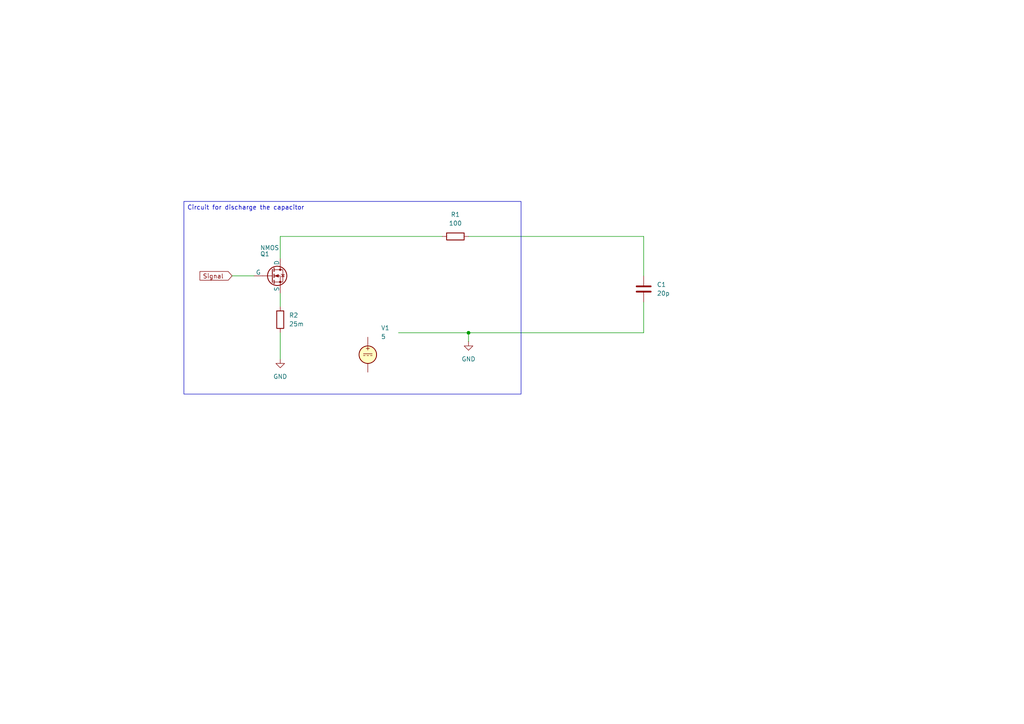
<source format=kicad_sch>
(kicad_sch
	(version 20231120)
	(generator "eeschema")
	(generator_version "8.0")
	(uuid "df510668-05ea-4dc6-92cb-bba73b401175")
	(paper "A4")
	(lib_symbols
		(symbol "Device:C"
			(pin_numbers hide)
			(pin_names
				(offset 0.254)
			)
			(exclude_from_sim no)
			(in_bom yes)
			(on_board yes)
			(property "Reference" "C"
				(at 0.635 2.54 0)
				(effects
					(font
						(size 1.27 1.27)
					)
					(justify left)
				)
			)
			(property "Value" "C"
				(at 0.635 -2.54 0)
				(effects
					(font
						(size 1.27 1.27)
					)
					(justify left)
				)
			)
			(property "Footprint" ""
				(at 0.9652 -3.81 0)
				(effects
					(font
						(size 1.27 1.27)
					)
					(hide yes)
				)
			)
			(property "Datasheet" "~"
				(at 0 0 0)
				(effects
					(font
						(size 1.27 1.27)
					)
					(hide yes)
				)
			)
			(property "Description" "Unpolarized capacitor"
				(at 0 0 0)
				(effects
					(font
						(size 1.27 1.27)
					)
					(hide yes)
				)
			)
			(property "ki_keywords" "cap capacitor"
				(at 0 0 0)
				(effects
					(font
						(size 1.27 1.27)
					)
					(hide yes)
				)
			)
			(property "ki_fp_filters" "C_*"
				(at 0 0 0)
				(effects
					(font
						(size 1.27 1.27)
					)
					(hide yes)
				)
			)
			(symbol "C_0_1"
				(polyline
					(pts
						(xy -2.032 -0.762) (xy 2.032 -0.762)
					)
					(stroke
						(width 0.508)
						(type default)
					)
					(fill
						(type none)
					)
				)
				(polyline
					(pts
						(xy -2.032 0.762) (xy 2.032 0.762)
					)
					(stroke
						(width 0.508)
						(type default)
					)
					(fill
						(type none)
					)
				)
			)
			(symbol "C_1_1"
				(pin passive line
					(at 0 3.81 270)
					(length 2.794)
					(name "~"
						(effects
							(font
								(size 1.27 1.27)
							)
						)
					)
					(number "1"
						(effects
							(font
								(size 1.27 1.27)
							)
						)
					)
				)
				(pin passive line
					(at 0 -3.81 90)
					(length 2.794)
					(name "~"
						(effects
							(font
								(size 1.27 1.27)
							)
						)
					)
					(number "2"
						(effects
							(font
								(size 1.27 1.27)
							)
						)
					)
				)
			)
		)
		(symbol "Device:R"
			(pin_numbers hide)
			(pin_names
				(offset 0)
			)
			(exclude_from_sim no)
			(in_bom yes)
			(on_board yes)
			(property "Reference" "R"
				(at 2.032 0 90)
				(effects
					(font
						(size 1.27 1.27)
					)
				)
			)
			(property "Value" "R"
				(at 0 0 90)
				(effects
					(font
						(size 1.27 1.27)
					)
				)
			)
			(property "Footprint" ""
				(at -1.778 0 90)
				(effects
					(font
						(size 1.27 1.27)
					)
					(hide yes)
				)
			)
			(property "Datasheet" "~"
				(at 0 0 0)
				(effects
					(font
						(size 1.27 1.27)
					)
					(hide yes)
				)
			)
			(property "Description" "Resistor"
				(at 0 0 0)
				(effects
					(font
						(size 1.27 1.27)
					)
					(hide yes)
				)
			)
			(property "ki_keywords" "R res resistor"
				(at 0 0 0)
				(effects
					(font
						(size 1.27 1.27)
					)
					(hide yes)
				)
			)
			(property "ki_fp_filters" "R_*"
				(at 0 0 0)
				(effects
					(font
						(size 1.27 1.27)
					)
					(hide yes)
				)
			)
			(symbol "R_0_1"
				(rectangle
					(start -1.016 -2.54)
					(end 1.016 2.54)
					(stroke
						(width 0.254)
						(type default)
					)
					(fill
						(type none)
					)
				)
			)
			(symbol "R_1_1"
				(pin passive line
					(at 0 3.81 270)
					(length 1.27)
					(name "~"
						(effects
							(font
								(size 1.27 1.27)
							)
						)
					)
					(number "1"
						(effects
							(font
								(size 1.27 1.27)
							)
						)
					)
				)
				(pin passive line
					(at 0 -3.81 90)
					(length 1.27)
					(name "~"
						(effects
							(font
								(size 1.27 1.27)
							)
						)
					)
					(number "2"
						(effects
							(font
								(size 1.27 1.27)
							)
						)
					)
				)
			)
		)
		(symbol "Simulation_SPICE:NMOS"
			(pin_numbers hide)
			(pin_names
				(offset 0)
			)
			(exclude_from_sim no)
			(in_bom yes)
			(on_board yes)
			(property "Reference" "Q"
				(at 5.08 1.27 0)
				(effects
					(font
						(size 1.27 1.27)
					)
					(justify left)
				)
			)
			(property "Value" "NMOS"
				(at 5.08 -1.27 0)
				(effects
					(font
						(size 1.27 1.27)
					)
					(justify left)
				)
			)
			(property "Footprint" ""
				(at 5.08 2.54 0)
				(effects
					(font
						(size 1.27 1.27)
					)
					(hide yes)
				)
			)
			(property "Datasheet" "https://ngspice.sourceforge.io/docs/ngspice-html-manual/manual.xhtml#cha_MOSFETs"
				(at 0 -12.7 0)
				(effects
					(font
						(size 1.27 1.27)
					)
					(hide yes)
				)
			)
			(property "Description" "N-MOSFET transistor, drain/source/gate"
				(at 0 0 0)
				(effects
					(font
						(size 1.27 1.27)
					)
					(hide yes)
				)
			)
			(property "Sim.Device" "NMOS"
				(at 0 -17.145 0)
				(effects
					(font
						(size 1.27 1.27)
					)
					(hide yes)
				)
			)
			(property "Sim.Type" "VDMOS"
				(at 0 -19.05 0)
				(effects
					(font
						(size 1.27 1.27)
					)
					(hide yes)
				)
			)
			(property "Sim.Pins" "1=D 2=G 3=S"
				(at 0 -15.24 0)
				(effects
					(font
						(size 1.27 1.27)
					)
					(hide yes)
				)
			)
			(property "ki_keywords" "transistor NMOS N-MOS N-MOSFET simulation"
				(at 0 0 0)
				(effects
					(font
						(size 1.27 1.27)
					)
					(hide yes)
				)
			)
			(symbol "NMOS_0_1"
				(polyline
					(pts
						(xy 0.254 0) (xy -2.54 0)
					)
					(stroke
						(width 0)
						(type default)
					)
					(fill
						(type none)
					)
				)
				(polyline
					(pts
						(xy 0.254 1.905) (xy 0.254 -1.905)
					)
					(stroke
						(width 0.254)
						(type default)
					)
					(fill
						(type none)
					)
				)
				(polyline
					(pts
						(xy 0.762 -1.27) (xy 0.762 -2.286)
					)
					(stroke
						(width 0.254)
						(type default)
					)
					(fill
						(type none)
					)
				)
				(polyline
					(pts
						(xy 0.762 0.508) (xy 0.762 -0.508)
					)
					(stroke
						(width 0.254)
						(type default)
					)
					(fill
						(type none)
					)
				)
				(polyline
					(pts
						(xy 0.762 2.286) (xy 0.762 1.27)
					)
					(stroke
						(width 0.254)
						(type default)
					)
					(fill
						(type none)
					)
				)
				(polyline
					(pts
						(xy 2.54 2.54) (xy 2.54 1.778)
					)
					(stroke
						(width 0)
						(type default)
					)
					(fill
						(type none)
					)
				)
				(polyline
					(pts
						(xy 2.54 -2.54) (xy 2.54 0) (xy 0.762 0)
					)
					(stroke
						(width 0)
						(type default)
					)
					(fill
						(type none)
					)
				)
				(polyline
					(pts
						(xy 0.762 -1.778) (xy 3.302 -1.778) (xy 3.302 1.778) (xy 0.762 1.778)
					)
					(stroke
						(width 0)
						(type default)
					)
					(fill
						(type none)
					)
				)
				(polyline
					(pts
						(xy 1.016 0) (xy 2.032 0.381) (xy 2.032 -0.381) (xy 1.016 0)
					)
					(stroke
						(width 0)
						(type default)
					)
					(fill
						(type outline)
					)
				)
				(polyline
					(pts
						(xy 2.794 0.508) (xy 2.921 0.381) (xy 3.683 0.381) (xy 3.81 0.254)
					)
					(stroke
						(width 0)
						(type default)
					)
					(fill
						(type none)
					)
				)
				(polyline
					(pts
						(xy 3.302 0.381) (xy 2.921 -0.254) (xy 3.683 -0.254) (xy 3.302 0.381)
					)
					(stroke
						(width 0)
						(type default)
					)
					(fill
						(type none)
					)
				)
				(circle
					(center 1.651 0)
					(radius 2.794)
					(stroke
						(width 0.254)
						(type default)
					)
					(fill
						(type none)
					)
				)
				(circle
					(center 2.54 -1.778)
					(radius 0.254)
					(stroke
						(width 0)
						(type default)
					)
					(fill
						(type outline)
					)
				)
				(circle
					(center 2.54 1.778)
					(radius 0.254)
					(stroke
						(width 0)
						(type default)
					)
					(fill
						(type outline)
					)
				)
			)
			(symbol "NMOS_1_1"
				(pin passive line
					(at 2.54 5.08 270)
					(length 2.54)
					(name "D"
						(effects
							(font
								(size 1.27 1.27)
							)
						)
					)
					(number "1"
						(effects
							(font
								(size 1.27 1.27)
							)
						)
					)
				)
				(pin input line
					(at -5.08 0 0)
					(length 2.54)
					(name "G"
						(effects
							(font
								(size 1.27 1.27)
							)
						)
					)
					(number "2"
						(effects
							(font
								(size 1.27 1.27)
							)
						)
					)
				)
				(pin passive line
					(at 2.54 -5.08 90)
					(length 2.54)
					(name "S"
						(effects
							(font
								(size 1.27 1.27)
							)
						)
					)
					(number "3"
						(effects
							(font
								(size 1.27 1.27)
							)
						)
					)
				)
			)
		)
		(symbol "Simulation_SPICE:VDC"
			(pin_numbers hide)
			(pin_names
				(offset 0.0254)
			)
			(exclude_from_sim no)
			(in_bom yes)
			(on_board yes)
			(property "Reference" "V"
				(at 2.54 2.54 0)
				(effects
					(font
						(size 1.27 1.27)
					)
					(justify left)
				)
			)
			(property "Value" "1"
				(at 2.54 0 0)
				(effects
					(font
						(size 1.27 1.27)
					)
					(justify left)
				)
			)
			(property "Footprint" ""
				(at 0 0 0)
				(effects
					(font
						(size 1.27 1.27)
					)
					(hide yes)
				)
			)
			(property "Datasheet" "https://ngspice.sourceforge.io/docs/ngspice-html-manual/manual.xhtml#sec_Independent_Sources_for"
				(at 0 0 0)
				(effects
					(font
						(size 1.27 1.27)
					)
					(hide yes)
				)
			)
			(property "Description" "Voltage source, DC"
				(at 0 0 0)
				(effects
					(font
						(size 1.27 1.27)
					)
					(hide yes)
				)
			)
			(property "Sim.Pins" "1=+ 2=-"
				(at 0 0 0)
				(effects
					(font
						(size 1.27 1.27)
					)
					(hide yes)
				)
			)
			(property "Sim.Type" "DC"
				(at 0 0 0)
				(effects
					(font
						(size 1.27 1.27)
					)
					(hide yes)
				)
			)
			(property "Sim.Device" "V"
				(at 0 0 0)
				(effects
					(font
						(size 1.27 1.27)
					)
					(justify left)
					(hide yes)
				)
			)
			(property "ki_keywords" "simulation"
				(at 0 0 0)
				(effects
					(font
						(size 1.27 1.27)
					)
					(hide yes)
				)
			)
			(symbol "VDC_0_0"
				(polyline
					(pts
						(xy -1.27 0.254) (xy 1.27 0.254)
					)
					(stroke
						(width 0)
						(type default)
					)
					(fill
						(type none)
					)
				)
				(polyline
					(pts
						(xy -0.762 -0.254) (xy -1.27 -0.254)
					)
					(stroke
						(width 0)
						(type default)
					)
					(fill
						(type none)
					)
				)
				(polyline
					(pts
						(xy 0.254 -0.254) (xy -0.254 -0.254)
					)
					(stroke
						(width 0)
						(type default)
					)
					(fill
						(type none)
					)
				)
				(polyline
					(pts
						(xy 1.27 -0.254) (xy 0.762 -0.254)
					)
					(stroke
						(width 0)
						(type default)
					)
					(fill
						(type none)
					)
				)
				(text "+"
					(at 0 1.905 0)
					(effects
						(font
							(size 1.27 1.27)
						)
					)
				)
			)
			(symbol "VDC_0_1"
				(circle
					(center 0 0)
					(radius 2.54)
					(stroke
						(width 0.254)
						(type default)
					)
					(fill
						(type background)
					)
				)
			)
			(symbol "VDC_1_1"
				(pin passive line
					(at 0 5.08 270)
					(length 2.54)
					(name "~"
						(effects
							(font
								(size 1.27 1.27)
							)
						)
					)
					(number "1"
						(effects
							(font
								(size 1.27 1.27)
							)
						)
					)
				)
				(pin passive line
					(at 0 -5.08 90)
					(length 2.54)
					(name "~"
						(effects
							(font
								(size 1.27 1.27)
							)
						)
					)
					(number "2"
						(effects
							(font
								(size 1.27 1.27)
							)
						)
					)
				)
			)
		)
		(symbol "power:GND"
			(power)
			(pin_numbers hide)
			(pin_names
				(offset 0) hide)
			(exclude_from_sim no)
			(in_bom yes)
			(on_board yes)
			(property "Reference" "#PWR"
				(at 0 -6.35 0)
				(effects
					(font
						(size 1.27 1.27)
					)
					(hide yes)
				)
			)
			(property "Value" "GND"
				(at 0 -3.81 0)
				(effects
					(font
						(size 1.27 1.27)
					)
				)
			)
			(property "Footprint" ""
				(at 0 0 0)
				(effects
					(font
						(size 1.27 1.27)
					)
					(hide yes)
				)
			)
			(property "Datasheet" ""
				(at 0 0 0)
				(effects
					(font
						(size 1.27 1.27)
					)
					(hide yes)
				)
			)
			(property "Description" "Power symbol creates a global label with name \"GND\" , ground"
				(at 0 0 0)
				(effects
					(font
						(size 1.27 1.27)
					)
					(hide yes)
				)
			)
			(property "ki_keywords" "global power"
				(at 0 0 0)
				(effects
					(font
						(size 1.27 1.27)
					)
					(hide yes)
				)
			)
			(symbol "GND_0_1"
				(polyline
					(pts
						(xy 0 0) (xy 0 -1.27) (xy 1.27 -1.27) (xy 0 -2.54) (xy -1.27 -1.27) (xy 0 -1.27)
					)
					(stroke
						(width 0)
						(type default)
					)
					(fill
						(type none)
					)
				)
			)
			(symbol "GND_1_1"
				(pin power_in line
					(at 0 0 270)
					(length 0)
					(name "~"
						(effects
							(font
								(size 1.27 1.27)
							)
						)
					)
					(number "1"
						(effects
							(font
								(size 1.27 1.27)
							)
						)
					)
				)
			)
		)
	)
	(junction
		(at 135.89 96.52)
		(diameter 0)
		(color 0 0 0 0)
		(uuid "26a61f19-beaa-4771-b7e7-cf75c46d8067")
	)
	(wire
		(pts
			(xy 186.69 87.63) (xy 186.69 96.52)
		)
		(stroke
			(width 0)
			(type default)
		)
		(uuid "14e2ce64-e26f-4341-b27f-29b258a69d10")
	)
	(wire
		(pts
			(xy 81.28 85.09) (xy 81.28 88.9)
		)
		(stroke
			(width 0)
			(type default)
		)
		(uuid "1cb2696d-088f-4254-b4b2-8d481df857c6")
	)
	(wire
		(pts
			(xy 81.28 96.52) (xy 81.28 104.14)
		)
		(stroke
			(width 0)
			(type default)
		)
		(uuid "4a55e36f-6452-4960-9298-303c8393c4dc")
	)
	(wire
		(pts
			(xy 135.89 99.06) (xy 135.89 96.52)
		)
		(stroke
			(width 0)
			(type default)
		)
		(uuid "934c164e-de20-4a4e-b3b4-c89ba83259f8")
	)
	(wire
		(pts
			(xy 81.28 68.58) (xy 81.28 74.93)
		)
		(stroke
			(width 0)
			(type default)
		)
		(uuid "a9ed8ef5-736e-4976-824e-c8f1b3f0a3e4")
	)
	(wire
		(pts
			(xy 115.57 96.52) (xy 135.89 96.52)
		)
		(stroke
			(width 0)
			(type default)
		)
		(uuid "bf4f541f-7546-4c7e-b19a-7895ce7b4c77")
	)
	(wire
		(pts
			(xy 186.69 80.01) (xy 186.69 68.58)
		)
		(stroke
			(width 0)
			(type default)
		)
		(uuid "d9222fad-d3fc-401a-a29d-83daf9078284")
	)
	(wire
		(pts
			(xy 81.28 68.58) (xy 128.27 68.58)
		)
		(stroke
			(width 0)
			(type default)
		)
		(uuid "ee6262be-697d-477e-a2b7-a4a0db15ce57")
	)
	(wire
		(pts
			(xy 186.69 68.58) (xy 135.89 68.58)
		)
		(stroke
			(width 0)
			(type default)
		)
		(uuid "f0194e05-ee8f-427f-97e2-10074a2e6fd1")
	)
	(wire
		(pts
			(xy 67.31 80.01) (xy 73.66 80.01)
		)
		(stroke
			(width 0)
			(type default)
		)
		(uuid "f53b1713-7c4b-4e71-9353-0700986450e9")
	)
	(wire
		(pts
			(xy 186.69 96.52) (xy 135.89 96.52)
		)
		(stroke
			(width 0)
			(type default)
		)
		(uuid "f8599bbb-4f82-408c-9e34-2dacf0822910")
	)
	(text_box "Circuit for discharge the capacitor "
		(exclude_from_sim no)
		(at 53.34 58.42 0)
		(size 97.79 55.88)
		(stroke
			(width 0)
			(type default)
		)
		(fill
			(type none)
		)
		(effects
			(font
				(size 1.27 1.27)
			)
			(justify left top)
		)
		(uuid "ebd8a23f-7514-4204-8e73-797e2de96c66")
	)
	(global_label "Signal "
		(shape input)
		(at 67.31 80.01 180)
		(fields_autoplaced yes)
		(effects
			(font
				(size 1.27 1.27)
			)
			(justify right)
		)
		(uuid "f6452737-4193-4104-8ddb-a1bcdbb38881")
		(property "Intersheetrefs" "${INTERSHEET_REFS}"
			(at 57.4307 80.01 0)
			(effects
				(font
					(size 1.27 1.27)
				)
				(justify right)
				(hide yes)
			)
		)
	)
	(symbol
		(lib_id "power:GND")
		(at 81.28 104.14 0)
		(unit 1)
		(exclude_from_sim no)
		(in_bom yes)
		(on_board yes)
		(dnp no)
		(fields_autoplaced yes)
		(uuid "1c72a002-f95e-40c1-b946-c7b6d6bbb858")
		(property "Reference" "#PWR02"
			(at 81.28 110.49 0)
			(effects
				(font
					(size 1.27 1.27)
				)
				(hide yes)
			)
		)
		(property "Value" "GND"
			(at 81.28 109.22 0)
			(effects
				(font
					(size 1.27 1.27)
				)
			)
		)
		(property "Footprint" ""
			(at 81.28 104.14 0)
			(effects
				(font
					(size 1.27 1.27)
				)
				(hide yes)
			)
		)
		(property "Datasheet" ""
			(at 81.28 104.14 0)
			(effects
				(font
					(size 1.27 1.27)
				)
				(hide yes)
			)
		)
		(property "Description" "Power symbol creates a global label with name \"GND\" , ground"
			(at 81.28 104.14 0)
			(effects
				(font
					(size 1.27 1.27)
				)
				(hide yes)
			)
		)
		(pin "1"
			(uuid "7262ded2-f5c6-4251-ab44-11d8500a1efe")
		)
		(instances
			(project "CapacitorChargerTestCircuit"
				(path "/df510668-05ea-4dc6-92cb-bba73b401175"
					(reference "#PWR02")
					(unit 1)
				)
			)
		)
	)
	(symbol
		(lib_id "power:GND")
		(at 135.89 99.06 0)
		(unit 1)
		(exclude_from_sim no)
		(in_bom yes)
		(on_board yes)
		(dnp no)
		(fields_autoplaced yes)
		(uuid "49e7c126-fd00-4eae-83d1-388b89cb4bc6")
		(property "Reference" "#PWR01"
			(at 135.89 105.41 0)
			(effects
				(font
					(size 1.27 1.27)
				)
				(hide yes)
			)
		)
		(property "Value" "GND"
			(at 135.89 104.14 0)
			(effects
				(font
					(size 1.27 1.27)
				)
			)
		)
		(property "Footprint" ""
			(at 135.89 99.06 0)
			(effects
				(font
					(size 1.27 1.27)
				)
				(hide yes)
			)
		)
		(property "Datasheet" ""
			(at 135.89 99.06 0)
			(effects
				(font
					(size 1.27 1.27)
				)
				(hide yes)
			)
		)
		(property "Description" "Power symbol creates a global label with name \"GND\" , ground"
			(at 135.89 99.06 0)
			(effects
				(font
					(size 1.27 1.27)
				)
				(hide yes)
			)
		)
		(pin "1"
			(uuid "2e36a7c1-0cd8-47d8-a45c-e10eedef534a")
		)
		(instances
			(project ""
				(path "/df510668-05ea-4dc6-92cb-bba73b401175"
					(reference "#PWR01")
					(unit 1)
				)
			)
		)
	)
	(symbol
		(lib_id "Simulation_SPICE:VDC")
		(at 106.68 102.87 0)
		(unit 1)
		(exclude_from_sim no)
		(in_bom yes)
		(on_board yes)
		(dnp no)
		(uuid "526acdd1-4318-4303-8423-1dec81aef186")
		(property "Reference" "V1"
			(at 110.49 95.1201 0)
			(effects
				(font
					(size 1.27 1.27)
				)
				(justify left)
			)
		)
		(property "Value" "5"
			(at 110.49 97.6601 0)
			(effects
				(font
					(size 1.27 1.27)
				)
				(justify left)
			)
		)
		(property "Footprint" ""
			(at 106.68 102.87 0)
			(effects
				(font
					(size 1.27 1.27)
				)
				(hide yes)
			)
		)
		(property "Datasheet" "https://ngspice.sourceforge.io/docs/ngspice-html-manual/manual.xhtml#sec_Independent_Sources_for"
			(at 106.68 102.87 0)
			(effects
				(font
					(size 1.27 1.27)
				)
				(hide yes)
			)
		)
		(property "Description" "Voltage source, DC"
			(at 106.68 102.87 0)
			(effects
				(font
					(size 1.27 1.27)
				)
				(hide yes)
			)
		)
		(property "Sim.Pins" "1=+ 2=-"
			(at 106.68 102.87 0)
			(effects
				(font
					(size 1.27 1.27)
				)
				(hide yes)
			)
		)
		(property "Sim.Type" "DC"
			(at 106.68 102.87 0)
			(effects
				(font
					(size 1.27 1.27)
				)
				(hide yes)
			)
		)
		(property "Sim.Device" "V"
			(at 106.68 102.87 0)
			(effects
				(font
					(size 1.27 1.27)
				)
				(justify left)
				(hide yes)
			)
		)
		(pin "1"
			(uuid "a6566b50-a74c-4a33-b317-8394bbab6c61")
		)
		(pin "2"
			(uuid "974200eb-da17-4832-90be-4a4e42c48a73")
		)
		(instances
			(project ""
				(path "/df510668-05ea-4dc6-92cb-bba73b401175"
					(reference "V1")
					(unit 1)
				)
			)
		)
	)
	(symbol
		(lib_id "Device:R")
		(at 132.08 68.58 90)
		(unit 1)
		(exclude_from_sim no)
		(in_bom yes)
		(on_board yes)
		(dnp no)
		(fields_autoplaced yes)
		(uuid "59c02004-563f-491a-ae2d-a386036b84e4")
		(property "Reference" "R1"
			(at 132.08 62.23 90)
			(effects
				(font
					(size 1.27 1.27)
				)
			)
		)
		(property "Value" "100"
			(at 132.08 64.77 90)
			(effects
				(font
					(size 1.27 1.27)
				)
			)
		)
		(property "Footprint" ""
			(at 132.08 70.358 90)
			(effects
				(font
					(size 1.27 1.27)
				)
				(hide yes)
			)
		)
		(property "Datasheet" "~"
			(at 132.08 68.58 0)
			(effects
				(font
					(size 1.27 1.27)
				)
				(hide yes)
			)
		)
		(property "Description" "Resistor"
			(at 132.08 68.58 0)
			(effects
				(font
					(size 1.27 1.27)
				)
				(hide yes)
			)
		)
		(pin "2"
			(uuid "43b7d46c-04cd-4187-85ca-965b1213a61e")
		)
		(pin "1"
			(uuid "3aad3b98-9885-45c1-882c-8b11c7b34f60")
		)
		(instances
			(project ""
				(path "/df510668-05ea-4dc6-92cb-bba73b401175"
					(reference "R1")
					(unit 1)
				)
			)
		)
	)
	(symbol
		(lib_id "Device:C")
		(at 186.69 83.82 0)
		(unit 1)
		(exclude_from_sim no)
		(in_bom yes)
		(on_board yes)
		(dnp no)
		(fields_autoplaced yes)
		(uuid "aa66fd90-2643-4abd-8031-16a2f1cb3cb8")
		(property "Reference" "C1"
			(at 190.5 82.5499 0)
			(effects
				(font
					(size 1.27 1.27)
				)
				(justify left)
			)
		)
		(property "Value" "20p"
			(at 190.5 85.0899 0)
			(effects
				(font
					(size 1.27 1.27)
				)
				(justify left)
			)
		)
		(property "Footprint" ""
			(at 187.6552 87.63 0)
			(effects
				(font
					(size 1.27 1.27)
				)
				(hide yes)
			)
		)
		(property "Datasheet" "~"
			(at 186.69 83.82 0)
			(effects
				(font
					(size 1.27 1.27)
				)
				(hide yes)
			)
		)
		(property "Description" "Unpolarized capacitor"
			(at 186.69 83.82 0)
			(effects
				(font
					(size 1.27 1.27)
				)
				(hide yes)
			)
		)
		(pin "2"
			(uuid "1dc4345a-f7bc-4641-932c-3c324bf5d68d")
		)
		(pin "1"
			(uuid "a7b94fa1-1d55-4952-8208-3eecb7a96a2c")
		)
		(instances
			(project ""
				(path "/df510668-05ea-4dc6-92cb-bba73b401175"
					(reference "C1")
					(unit 1)
				)
			)
		)
	)
	(symbol
		(lib_id "Simulation_SPICE:NMOS")
		(at 78.74 80.01 0)
		(unit 1)
		(exclude_from_sim no)
		(in_bom yes)
		(on_board yes)
		(dnp no)
		(uuid "af9d1352-3d6c-4a50-bbf7-7e7453499393")
		(property "Reference" "Q1"
			(at 75.438 73.66 0)
			(effects
				(font
					(size 1.27 1.27)
				)
				(justify left)
			)
		)
		(property "Value" "NMOS"
			(at 75.438 71.882 0)
			(effects
				(font
					(size 1.27 1.27)
				)
				(justify left)
			)
		)
		(property "Footprint" ""
			(at 83.82 77.47 0)
			(effects
				(font
					(size 1.27 1.27)
				)
				(hide yes)
			)
		)
		(property "Datasheet" "https://ngspice.sourceforge.io/docs/ngspice-html-manual/manual.xhtml#cha_MOSFETs"
			(at 78.74 92.71 0)
			(effects
				(font
					(size 1.27 1.27)
				)
				(hide yes)
			)
		)
		(property "Description" "N-MOSFET transistor, drain/source/gate"
			(at 78.74 80.01 0)
			(effects
				(font
					(size 1.27 1.27)
				)
				(hide yes)
			)
		)
		(property "Sim.Device" "NMOS"
			(at 78.74 97.155 0)
			(effects
				(font
					(size 1.27 1.27)
				)
				(hide yes)
			)
		)
		(property "Sim.Type" "VDMOS"
			(at 78.74 99.06 0)
			(effects
				(font
					(size 1.27 1.27)
				)
				(hide yes)
			)
		)
		(property "Sim.Pins" "1=D 2=G 3=S"
			(at 78.74 95.25 0)
			(effects
				(font
					(size 1.27 1.27)
				)
				(hide yes)
			)
		)
		(pin "2"
			(uuid "350e38a9-d16c-49cb-9884-212c0c4833ba")
		)
		(pin "1"
			(uuid "5bb2cd85-39c9-45dd-96a2-4e5764f93c27")
		)
		(pin "3"
			(uuid "87a62b56-1bc1-40ea-a420-3e1d1e8ef692")
		)
		(instances
			(project ""
				(path "/df510668-05ea-4dc6-92cb-bba73b401175"
					(reference "Q1")
					(unit 1)
				)
			)
		)
	)
	(symbol
		(lib_id "Device:R")
		(at 81.28 92.71 180)
		(unit 1)
		(exclude_from_sim no)
		(in_bom yes)
		(on_board yes)
		(dnp no)
		(fields_autoplaced yes)
		(uuid "e4cee201-6d31-42a0-867e-47dd2b716556")
		(property "Reference" "R2"
			(at 83.82 91.4399 0)
			(effects
				(font
					(size 1.27 1.27)
				)
				(justify right)
			)
		)
		(property "Value" "25m"
			(at 83.82 93.9799 0)
			(effects
				(font
					(size 1.27 1.27)
				)
				(justify right)
			)
		)
		(property "Footprint" ""
			(at 83.058 92.71 90)
			(effects
				(font
					(size 1.27 1.27)
				)
				(hide yes)
			)
		)
		(property "Datasheet" "~"
			(at 81.28 92.71 0)
			(effects
				(font
					(size 1.27 1.27)
				)
				(hide yes)
			)
		)
		(property "Description" "Resistor"
			(at 81.28 92.71 0)
			(effects
				(font
					(size 1.27 1.27)
				)
				(hide yes)
			)
		)
		(pin "1"
			(uuid "67647876-4ac3-476a-b72b-9a37289e6c13")
		)
		(pin "2"
			(uuid "2d31eca2-521a-4ecb-8545-397d588a1dcc")
		)
		(instances
			(project "CapacitorChargerTestCircuit"
				(path "/df510668-05ea-4dc6-92cb-bba73b401175"
					(reference "R2")
					(unit 1)
				)
			)
		)
	)
	(sheet_instances
		(path "/"
			(page "1")
		)
	)
)

</source>
